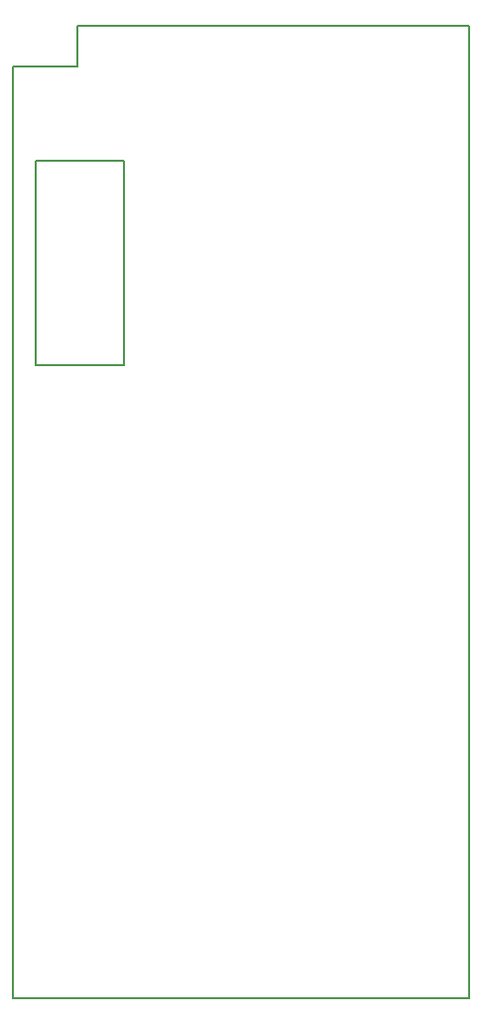
<source format=gbl>
G04 #@! TF.GenerationSoftware,KiCad,Pcbnew,(5.0.1-3-g963ef8bb5)*
G04 #@! TF.CreationDate,2018-11-25T11:10:42+01:00*
G04 #@! TF.ProjectId,Dimmer 2.0,44696D6D657220322E302E6B69636164,rev?*
G04 #@! TF.SameCoordinates,Original*
G04 #@! TF.FileFunction,Profile,NP*
%FSLAX46Y46*%
G04 Gerber Fmt 4.6, Leading zero omitted, Abs format (unit mm)*
G04 Created by KiCad (PCBNEW (5.0.1-3-g963ef8bb5)) date zondag 25 november 2018 om 11:10:42*
%MOMM*%
%LPD*%
G01*
G04 APERTURE LIST*
%ADD10C,0.200000*%
G04 APERTURE END LIST*
D10*
X108000000Y-44500000D02*
X108000000Y-127500000D01*
X71000000Y-73500000D02*
X71000000Y-56000000D01*
X78500000Y-73500000D02*
X71000000Y-73500000D01*
X78500000Y-56000000D02*
X78500000Y-73500000D01*
X71000000Y-56000000D02*
X78500000Y-56000000D01*
X69000000Y-73500000D02*
X69000000Y-56500000D01*
X69000000Y-127500000D02*
X69000000Y-73500000D01*
X108000000Y-127500000D02*
X69000000Y-127500000D01*
X74500000Y-44500000D02*
X108000000Y-44500000D01*
X74500000Y-48000000D02*
X74500000Y-44500000D01*
X69000000Y-48000000D02*
X74500000Y-48000000D01*
X69000000Y-56500000D02*
X69000000Y-48000000D01*
M02*

</source>
